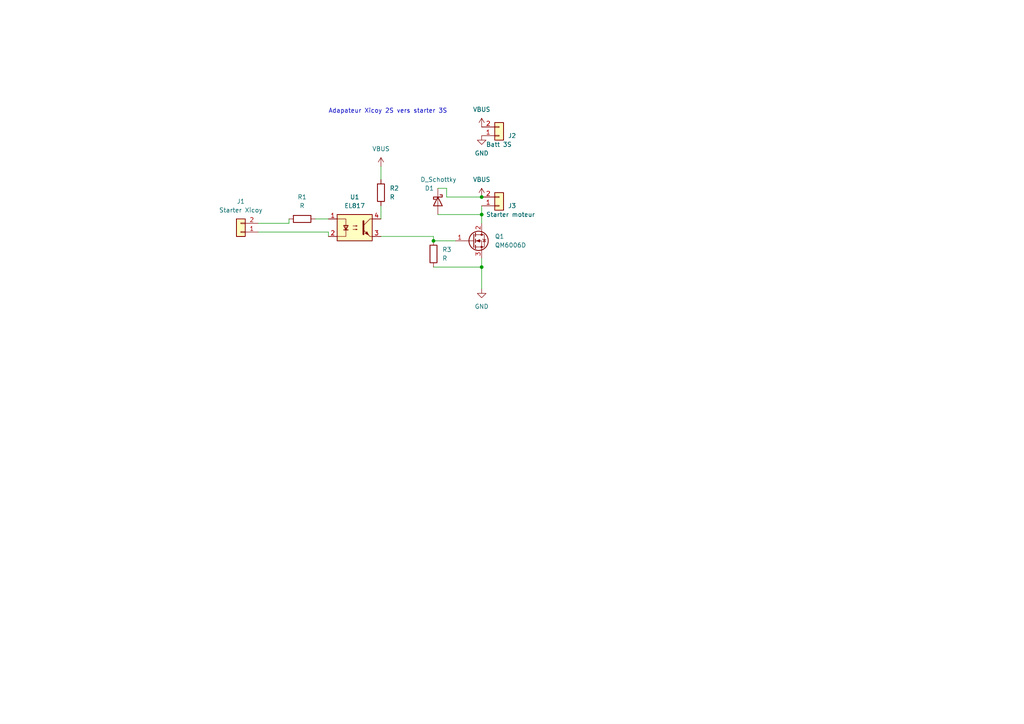
<source format=kicad_sch>
(kicad_sch (version 20211123) (generator eeschema)
  (paper "A4")
  (lib_symbols
    (symbol "Connector_Generic:Conn_01x02" (pin_names (offset 1.016) hide)
      (property "Reference" "J" (at 0 2.54 0))
      (property "Value" "Conn_01x02" (at 0 -5.08 0))
      (symbol "Conn_01x02_1_1"
        (rectangle (start -1.27 -2.413) (end 0 -2.667) (stroke (width 0.1524)))
        (rectangle (start -1.27 0.127) (end 0 -0.127) (stroke (width 0.1524)))
        (rectangle (start -1.27 1.27) (end 1.27 -3.81) (stroke (width 0.254)) (fill (type background)))
        (pin passive line (at -5.08 0 0) (length 3.81) (name "Pin_1") (number "1"))
        (pin passive line (at -5.08 -2.54 0) (length 3.81) (name "Pin_2") (number "2"))
      )
    )
    (symbol "Device:D_Schottky" (pin_numbers hide) (pin_names (offset 1.016) hide)
      (property "Reference" "D" (at 0 2.54 0))
      (property "Value" "D_Schottky" (at 0 -2.54 0))
      (symbol "D_Schottky_0_1"
        (polyline (pts (xy 1.27 0) (xy -1.27 0)))
        (polyline (pts (xy 1.27 1.27) (xy 1.27 -1.27) (xy -1.27 0) (xy 1.27 1.27)) (stroke (width 0.254)))
        (polyline (pts (xy -1.905 0.635) (xy -1.905 1.27) (xy -1.27 1.27) (xy -1.27 -1.27) (xy -0.635 -1.27) (xy -0.635 -0.635)) (stroke (width 0.254)))
      )
      (symbol "D_Schottky_1_1"
        (pin passive line (at -3.81 0 0) (length 2.54) (name "K") (number "1"))
        (pin passive line (at 3.81 0 180) (length 2.54) (name "A") (number "2"))
      )
    )
    (symbol "Device:R" (pin_numbers hide) (pin_names (offset 0))
      (property "Reference" "R" (at 2.032 0 90))
      (property "Value" "R" (at 0 0 90))
      (symbol "R_0_1"
        (rectangle (start -1.016 -2.54) (end 1.016 2.54) (stroke (width 0.254)))
      )
      (symbol "R_1_1"
        (pin passive line (at 0 3.81 270) (length 1.27) (name "~") (number "1"))
        (pin passive line (at 0 -3.81 90) (length 1.27) (name "~") (number "2"))
      )
    )
    (symbol "Isolator:EL817" (pin_names (offset 1.016))
      (property "Reference" "U" (at -5.08 5.08 0))
      (property "Value" "EL817" (at 0 5.08 0))
      (symbol "EL817_0_1"
        (rectangle (start -5.08 3.81) (end 5.08 -3.81) (stroke (width 0.254)) (fill (type background)))
        (polyline (pts (xy -3.175 -0.635) (xy -1.905 -0.635)) (stroke (width 0.254)))
        (polyline (pts (xy 2.54 0.635) (xy 4.445 2.54)))
        (polyline (pts (xy 4.445 -2.54) (xy 2.54 -0.635)) (fill (type outline)))
        (polyline (pts (xy 4.445 -2.54) (xy 5.08 -2.54)))
        (polyline (pts (xy 4.445 2.54) (xy 5.08 2.54)))
        (polyline (pts (xy -5.08 2.54) (xy -2.54 2.54) (xy -2.54 -0.635)))
        (polyline (pts (xy -2.54 -0.635) (xy -2.54 -2.54) (xy -5.08 -2.54)))
        (polyline (pts (xy 2.54 1.905) (xy 2.54 -1.905) (xy 2.54 -1.905)) (stroke (width 0.508)))
        (polyline (pts (xy -2.54 -0.635) (xy -3.175 0.635) (xy -1.905 0.635) (xy -2.54 -0.635)) (stroke (width 0.254)))
        (polyline (pts (xy -0.508 -0.508) (xy 0.762 -0.508) (xy 0.381 -0.635) (xy 0.381 -0.381) (xy 0.762 -0.508)))
        (polyline (pts (xy -0.508 0.508) (xy 0.762 0.508) (xy 0.381 0.381) (xy 0.381 0.635) (xy 0.762 0.508)))
        (polyline (pts (xy 3.048 -1.651) (xy 3.556 -1.143) (xy 4.064 -2.159) (xy 3.048 -1.651) (xy 3.048 -1.651)) (fill (type outline)))
      )
      (symbol "EL817_1_1"
        (pin passive line (at -7.62 2.54 0) (length 2.54) (name "~") (number "1"))
        (pin passive line (at -7.62 -2.54 0) (length 2.54) (name "~") (number "2"))
        (pin passive line (at 7.62 -2.54 180) (length 2.54) (name "~") (number "3"))
        (pin passive line (at 7.62 2.54 180) (length 2.54) (name "~") (number "4"))
      )
    )
    (symbol "Transistor_FET:QM6006D" (pin_names hide)
      (property "Reference" "Q" (at 5.08 1.905 0))
      (property "Value" "QM6006D" (at 5.08 0 0))
      (symbol "QM6006D_0_1"
        (polyline (pts (xy 0.254 0) (xy -2.54 0)))
        (polyline (pts (xy 0.254 1.905) (xy 0.254 -1.905)) (stroke (width 0.254)))
        (polyline (pts (xy 0.762 -1.27) (xy 0.762 -2.286)) (stroke (width 0.254)))
        (polyline (pts (xy 0.762 0.508) (xy 0.762 -0.508)) (stroke (width 0.254)))
        (polyline (pts (xy 0.762 2.286) (xy 0.762 1.27)) (stroke (width 0.254)))
        (polyline (pts (xy 2.54 2.54) (xy 2.54 1.778)))
        (polyline (pts (xy 2.54 -2.54) (xy 2.54 0) (xy 0.762 0)))
        (polyline (pts (xy 0.762 -1.778) (xy 3.302 -1.778) (xy 3.302 1.778) (xy 0.762 1.778)))
        (polyline (pts (xy 1.016 0) (xy 2.032 0.381) (xy 2.032 -0.381) (xy 1.016 0)) (fill (type outline)))
        (polyline (pts (xy 2.794 0.508) (xy 2.921 0.381) (xy 3.683 0.381) (xy 3.81 0.254)))
        (polyline (pts (xy 3.302 0.381) (xy 2.921 -0.254) (xy 3.683 -0.254) (xy 3.302 0.381)))
        (circle (center 1.651 0) (radius 2.794) (stroke (width 0.254)))
        (circle (center 2.54 -1.778) (radius 0.254) (fill (type outline)))
        (circle (center 2.54 1.778) (radius 0.254) (fill (type outline)))
      )
      (symbol "QM6006D_1_1"
        (pin input line (at -5.08 0 0) (length 2.54) (name "G") (number "1"))
        (pin passive line (at 2.54 5.08 270) (length 2.54) (name "D") (number "2"))
        (pin passive line (at 2.54 -5.08 90) (length 2.54) (name "S") (number "3"))
      )
    )
    (symbol "power:GND" (power) (pin_names (offset 0))
      (property "Value" "GND" (at 0 -3.81 0))
      (symbol "GND_0_1"
        (polyline (pts (xy 0 0) (xy 0 -1.27) (xy 1.27 -1.27) (xy 0 -2.54) (xy -1.27 -1.27) (xy 0 -1.27)))
      )
      (symbol "GND_1_1"
        (pin power_in line (at 0 0 270) (length 0) hide (name "GND") (number "1"))
      )
    )
    (symbol "power:VBUS" (power) (pin_names (offset 0))
      (property "Value" "VBUS" (at 0 3.81 0))
      (symbol "VBUS_0_1"
        (polyline (pts (xy -0.762 1.27) (xy 0 2.54)))
        (polyline (pts (xy 0 0) (xy 0 2.54)))
        (polyline (pts (xy 0 2.54) (xy 0.762 1.27)))
      )
      (symbol "VBUS_1_1"
        (pin power_in line (at 0 0 90) (length 0) hide (name "VBUS") (number "1"))
      )
    )
  )
  (junction (at 139.7 62.23))
  (junction (at 139.7 57.15))
  (junction (at 125.73 69.85))
  (junction (at 139.7 77.47))
  (wire (pts (xy 110.49 68.58) (xy 125.73 68.58)))
  (wire (pts (xy 139.7 57.15) (xy 129.54 57.15)))
  (wire (pts (xy 139.7 62.23) (xy 139.7 64.77)))
  (wire (pts (xy 125.73 69.85) (xy 132.08 69.85)))
  (wire (pts (xy 129.54 54.61) (xy 127 54.61)))
  (wire (pts (xy 95.25 67.31) (xy 95.25 68.58)))
  (wire (pts (xy 125.73 68.58) (xy 125.73 69.85)))
  (wire (pts (xy 74.93 67.31) (xy 95.25 67.31)))
  (wire (pts (xy 74.93 64.77) (xy 83.82 64.77)))
  (wire (pts (xy 139.7 83.82) (xy 139.7 77.47)))
  (wire (pts (xy 125.73 77.47) (xy 139.7 77.47)))
  (wire (pts (xy 110.49 48.26) (xy 110.49 52.07)))
  (wire (pts (xy 129.54 57.15) (xy 129.54 54.61)))
  (wire (pts (xy 91.44 63.5) (xy 95.25 63.5)))
  (wire (pts (xy 139.7 59.69) (xy 139.7 62.23)))
  (wire (pts (xy 127 62.23) (xy 139.7 62.23)))
  (wire (pts (xy 110.49 59.69) (xy 110.49 63.5)))
  (wire (pts (xy 139.7 77.47) (xy 139.7 74.93)))
  (wire (pts (xy 83.82 64.77) (xy 83.82 63.5)))
  (text "Adapateur Xicoy 2S vers starter 3S" (at 95.25 33.02 0) (effects (font (size 1.27 1.27)) (justify left bottom)))
  (symbol (lib_id "power:VBUS") (at 139.7 57.15 0) (unit 1)
    (property "Reference" "#PWR0104" (effects hide))
    (property "Value" "VBUS" (at 139.7 52.07 0))
  )
  (symbol (lib_id "Connector_Generic:Conn_01x02") (at 144.78 59.69 0) (mirror x) (unit 1)
    (property "Reference" "J3" (at 147.32 59.6901 0) (effects (justify left)))
    (property "Value" "Starter moteur" (at 140.97 62.23 0) (effects (justify left)))
    (property "Footprint" "Connector_AMASS:AMASS_XT30U-F_1x02_P5.0mm_Vertical" (effects hide))
  )
  (symbol (lib_id "Isolator:EL817") (at 102.87 66.04 0) (unit 1)
    (property "Reference" "U1" (at 102.87 57.15 0))
    (property "Value" "EL817" (at 102.87 59.69 0))
    (property "Footprint" "Package_SO:SOP-4_3.8x4.1mm_P2.54mm" (effects hide))
    (property "Datasheet" "http://www.everlight.com/file/ProductFile/EL817.pdf" (effects hide))
  )
  (symbol (lib_id "Device:D_Schottky") (at 127 58.42 270) (unit 1)
    (property "Reference" "D1" (at 123.19 54.61 90) (effects (justify left)))
    (property "Value" "D_Schottky" (at 121.92 52.07 90) (effects (justify left)))
    (property "Footprint" "Diode_SMD:D_SMA" (effects hide))
  )
  (symbol (lib_id "power:VBUS") (at 110.49 48.26 0) (unit 1)
    (property "Reference" "#PWR0103" (effects hide))
    (property "Value" "VBUS" (at 110.49 43.18 0))
  )
  (symbol (lib_id "Device:R") (at 110.49 55.88 0) (unit 1)
    (property "Reference" "R2" (at 113.03 54.6099 0) (effects (justify left)))
    (property "Value" "R" (at 113.03 57.1499 0) (effects (justify left)))
    (property "Footprint" "Resistor_SMD:R_0603_1608Metric" (effects hide))
  )
  (symbol (lib_id "power:GND") (at 139.7 39.37 0) (unit 1)
    (property "Reference" "#PWR0101" (effects hide))
    (property "Value" "GND" (at 139.7 44.45 0))
  )
  (symbol (lib_id "Connector_Generic:Conn_01x02") (at 144.78 39.37 0) (mirror x) (unit 1)
    (property "Reference" "J2" (at 147.32 39.3701 0) (effects (justify left)))
    (property "Value" "Batt 3S" (at 140.97 41.91 0) (effects (justify left)))
    (property "Footprint" "Connector_AMASS:AMASS_XT30U-F_1x02_P5.0mm_Vertical" (effects hide))
  )
  (symbol (lib_id "Connector_Generic:Conn_01x02") (at 69.85 67.31 180) (unit 1)
    (property "Reference" "J1" (at 69.85 58.42 0))
    (property "Value" "Starter Xicoy" (at 69.85 60.96 0))
    (property "Footprint" "Connector_PinHeader_2.54mm:PinHeader_1x02_P2.54mm_Vertical" (effects hide))
  )
  (symbol (lib_id "Device:R") (at 87.63 63.5 90) (unit 1)
    (property "Reference" "R1" (at 87.63 57.15 90))
    (property "Value" "R" (at 87.63 59.69 90))
    (property "Footprint" "Resistor_SMD:R_0603_1608Metric" (effects hide))
  )
  (symbol (lib_id "power:VBUS") (at 139.7 36.83 0) (unit 1)
    (property "Reference" "#PWR0102" (effects hide))
    (property "Value" "VBUS" (at 139.7 31.75 0))
  )
  (symbol (lib_id "Device:R") (at 125.73 73.66 0) (unit 1)
    (property "Reference" "R3" (at 128.27 72.3899 0) (effects (justify left)))
    (property "Value" "R" (at 128.27 74.9299 0) (effects (justify left)))
    (property "Footprint" "Resistor_SMD:R_0603_1608Metric" (effects hide))
  )
  (symbol (lib_id "Transistor_FET:QM6006D") (at 137.16 69.85 0) (unit 1)
    (property "Reference" "Q1" (at 143.51 68.5799 0) (effects (justify left)))
    (property "Value" "QM6006D" (at 143.51 71.1199 0) (effects (justify left)))
    (property "Footprint" "Package_TO_SOT_SMD:TO-252-2" (effects hide))
    (property "Datasheet" "http://www.jaolen.com/images/pdf/QM6006D.pdf" (effects hide))
  )
  (symbol (lib_id "power:GND") (at 139.7 83.82 0) (unit 1)
    (property "Reference" "#PWR0105" (effects hide))
    (property "Value" "GND" (at 139.7 88.9 0))
  )
)
</source>
